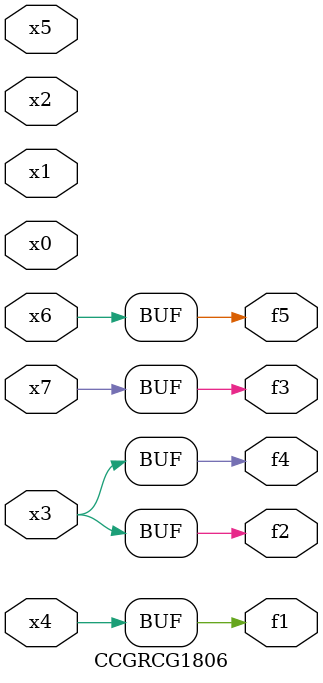
<source format=v>
module CCGRCG1806(
	input x0, x1, x2, x3, x4, x5, x6, x7,
	output f1, f2, f3, f4, f5
);
	assign f1 = x4;
	assign f2 = x3;
	assign f3 = x7;
	assign f4 = x3;
	assign f5 = x6;
endmodule

</source>
